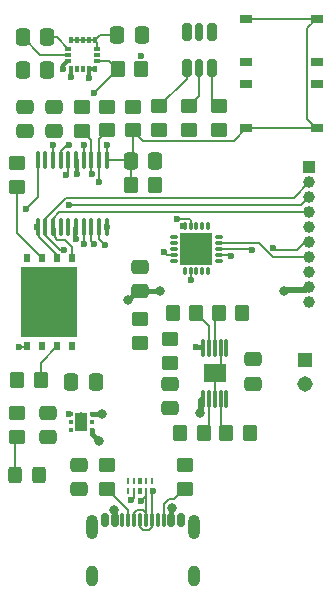
<source format=gbr>
%TF.GenerationSoftware,KiCad,Pcbnew,9.0.4*%
%TF.CreationDate,2025-09-15T16:29:57+02:00*%
%TF.ProjectId,stm32-mcu,73746d33-322d-46d6-9375-2e6b69636164,rev?*%
%TF.SameCoordinates,Original*%
%TF.FileFunction,Copper,L1,Top*%
%TF.FilePolarity,Positive*%
%FSLAX46Y46*%
G04 Gerber Fmt 4.6, Leading zero omitted, Abs format (unit mm)*
G04 Created by KiCad (PCBNEW 9.0.4) date 2025-09-15 16:29:57*
%MOMM*%
%LPD*%
G01*
G04 APERTURE LIST*
G04 Aperture macros list*
%AMRoundRect*
0 Rectangle with rounded corners*
0 $1 Rounding radius*
0 $2 $3 $4 $5 $6 $7 $8 $9 X,Y pos of 4 corners*
0 Add a 4 corners polygon primitive as box body*
4,1,4,$2,$3,$4,$5,$6,$7,$8,$9,$2,$3,0*
0 Add four circle primitives for the rounded corners*
1,1,$1+$1,$2,$3*
1,1,$1+$1,$4,$5*
1,1,$1+$1,$6,$7*
1,1,$1+$1,$8,$9*
0 Add four rect primitives between the rounded corners*
20,1,$1+$1,$2,$3,$4,$5,0*
20,1,$1+$1,$4,$5,$6,$7,0*
20,1,$1+$1,$6,$7,$8,$9,0*
20,1,$1+$1,$8,$9,$2,$3,0*%
G04 Aperture macros list end*
%TA.AperFunction,SMDPad,CuDef*%
%ADD10RoundRect,0.160000X-0.240000X0.565000X-0.240000X-0.565000X0.240000X-0.565000X0.240000X0.565000X0*%
%TD*%
%TA.AperFunction,SMDPad,CuDef*%
%ADD11RoundRect,0.120000X-0.180000X0.605000X-0.180000X-0.605000X0.180000X-0.605000X0.180000X0.605000X0*%
%TD*%
%TA.AperFunction,SMDPad,CuDef*%
%ADD12RoundRect,0.087500X0.087500X-0.187500X0.087500X0.187500X-0.087500X0.187500X-0.087500X-0.187500X0*%
%TD*%
%TA.AperFunction,SMDPad,CuDef*%
%ADD13RoundRect,0.087500X0.187500X-0.087500X0.187500X0.087500X-0.187500X0.087500X-0.187500X-0.087500X0*%
%TD*%
%TA.AperFunction,SMDPad,CuDef*%
%ADD14RoundRect,0.150000X-0.150000X-0.425000X0.150000X-0.425000X0.150000X0.425000X-0.150000X0.425000X0*%
%TD*%
%TA.AperFunction,SMDPad,CuDef*%
%ADD15RoundRect,0.075000X-0.075000X-0.500000X0.075000X-0.500000X0.075000X0.500000X-0.075000X0.500000X0*%
%TD*%
%TA.AperFunction,HeatsinkPad*%
%ADD16O,1.000000X2.100000*%
%TD*%
%TA.AperFunction,HeatsinkPad*%
%ADD17O,1.000000X1.800000*%
%TD*%
%TA.AperFunction,SMDPad,CuDef*%
%ADD18RoundRect,0.250000X-0.450000X0.350000X-0.450000X-0.350000X0.450000X-0.350000X0.450000X0.350000X0*%
%TD*%
%TA.AperFunction,SMDPad,CuDef*%
%ADD19RoundRect,0.250000X-0.475000X0.337500X-0.475000X-0.337500X0.475000X-0.337500X0.475000X0.337500X0*%
%TD*%
%TA.AperFunction,SMDPad,CuDef*%
%ADD20RoundRect,0.250000X-0.350000X-0.450000X0.350000X-0.450000X0.350000X0.450000X-0.350000X0.450000X0*%
%TD*%
%TA.AperFunction,SMDPad,CuDef*%
%ADD21RoundRect,0.250000X0.475000X-0.337500X0.475000X0.337500X-0.475000X0.337500X-0.475000X-0.337500X0*%
%TD*%
%TA.AperFunction,SMDPad,CuDef*%
%ADD22RoundRect,0.250000X0.450000X-0.350000X0.450000X0.350000X-0.450000X0.350000X-0.450000X-0.350000X0*%
%TD*%
%TA.AperFunction,SMDPad,CuDef*%
%ADD23RoundRect,0.250000X0.337500X0.475000X-0.337500X0.475000X-0.337500X-0.475000X0.337500X-0.475000X0*%
%TD*%
%TA.AperFunction,SMDPad,CuDef*%
%ADD24RoundRect,0.250000X0.325000X0.450000X-0.325000X0.450000X-0.325000X-0.450000X0.325000X-0.450000X0*%
%TD*%
%TA.AperFunction,SMDPad,CuDef*%
%ADD25RoundRect,0.250000X-0.337500X-0.475000X0.337500X-0.475000X0.337500X0.475000X-0.337500X0.475000X0*%
%TD*%
%TA.AperFunction,SMDPad,CuDef*%
%ADD26RoundRect,0.250000X0.350000X0.450000X-0.350000X0.450000X-0.350000X-0.450000X0.350000X-0.450000X0*%
%TD*%
%TA.AperFunction,ComponentPad*%
%ADD27R,1.000000X1.000000*%
%TD*%
%TA.AperFunction,ComponentPad*%
%ADD28C,1.000000*%
%TD*%
%TA.AperFunction,SMDPad,CuDef*%
%ADD29R,0.250000X0.500000*%
%TD*%
%TA.AperFunction,SMDPad,CuDef*%
%ADD30R,0.450000X0.500000*%
%TD*%
%TA.AperFunction,SMDPad,CuDef*%
%ADD31RoundRect,0.070200X-0.284800X-0.059800X0.284800X-0.059800X0.284800X0.059800X-0.284800X0.059800X0*%
%TD*%
%TA.AperFunction,SMDPad,CuDef*%
%ADD32RoundRect,0.070200X-0.059800X-0.284800X0.059800X-0.284800X0.059800X0.284800X-0.059800X0.284800X0*%
%TD*%
%TA.AperFunction,SMDPad,CuDef*%
%ADD33R,2.700000X2.700000*%
%TD*%
%TA.AperFunction,SMDPad,CuDef*%
%ADD34R,1.000000X0.700000*%
%TD*%
%TA.AperFunction,SMDPad,CuDef*%
%ADD35R,0.508000X0.660400*%
%TD*%
%TA.AperFunction,SMDPad,CuDef*%
%ADD36R,4.800600X5.994400*%
%TD*%
%TA.AperFunction,SMDPad,CuDef*%
%ADD37RoundRect,0.093750X-0.093750X-0.106250X0.093750X-0.106250X0.093750X0.106250X-0.093750X0.106250X0*%
%TD*%
%TA.AperFunction,HeatsinkPad*%
%ADD38C,0.500000*%
%TD*%
%TA.AperFunction,HeatsinkPad*%
%ADD39R,1.000000X1.600000*%
%TD*%
%TA.AperFunction,SMDPad,CuDef*%
%ADD40RoundRect,0.075000X0.075000X-0.650000X0.075000X0.650000X-0.075000X0.650000X-0.075000X-0.650000X0*%
%TD*%
%TA.AperFunction,HeatsinkPad*%
%ADD41C,0.600000*%
%TD*%
%TA.AperFunction,HeatsinkPad*%
%ADD42R,1.880000X1.570000*%
%TD*%
%TA.AperFunction,SMDPad,CuDef*%
%ADD43RoundRect,0.100000X-0.100000X0.637500X-0.100000X-0.637500X0.100000X-0.637500X0.100000X0.637500X0*%
%TD*%
%TA.AperFunction,ComponentPad*%
%ADD44R,1.308000X1.308000*%
%TD*%
%TA.AperFunction,ComponentPad*%
%ADD45C,1.308000*%
%TD*%
%TA.AperFunction,ViaPad*%
%ADD46C,0.600000*%
%TD*%
%TA.AperFunction,ViaPad*%
%ADD47C,0.800000*%
%TD*%
%TA.AperFunction,Conductor*%
%ADD48C,0.200000*%
%TD*%
%TA.AperFunction,Conductor*%
%ADD49C,0.300000*%
%TD*%
%TA.AperFunction,Conductor*%
%ADD50C,0.500000*%
%TD*%
%TA.AperFunction,Conductor*%
%ADD51C,0.400000*%
%TD*%
G04 APERTURE END LIST*
D10*
%TO.P,D2,1,BA*%
%TO.N,/RGB_B*%
X145805387Y-73754149D03*
D11*
%TO.P,D2,2,RA*%
%TO.N,/RGB_R*%
X144755387Y-73754149D03*
D10*
%TO.P,D2,3,GA*%
%TO.N,/RGB_G*%
X143705387Y-73754149D03*
%TO.P,D2,4,GK*%
%TO.N,Net-(D2-GK)*%
X143705387Y-76804149D03*
D11*
%TO.P,D2,5,RK*%
%TO.N,Net-(D2-RK)*%
X144755387Y-76804149D03*
D10*
%TO.P,D2,6,BK*%
%TO.N,Net-(D2-BK)*%
X145805387Y-76804149D03*
%TD*%
D12*
%TO.P,U4,1,VDDIO*%
%TO.N,/3v3*%
X133884752Y-76858842D03*
%TO.P,U4,2,SCL/SPC*%
%TO.N,/I2C_SCL*%
X134384752Y-76858842D03*
%TO.P,U4,3,SDA/SDI*%
%TO.N,/I2C_SDA*%
X134884752Y-76858842D03*
%TO.P,U4,4,SAO/SD0*%
%TO.N,/3v3*%
X135384752Y-76858842D03*
%TO.P,U4,5,~{CS}*%
X135884752Y-76858842D03*
D13*
%TO.P,U4,6,INT*%
%TO.N,/ACCEL_INT*%
X136109752Y-76133842D03*
%TO.P,U4,7,RESV*%
%TO.N,unconnected-(U4-RESV-Pad7)*%
X136109752Y-75633842D03*
%TO.P,U4,8,FSYNC*%
%TO.N,GND*%
X136109752Y-75133842D03*
D12*
%TO.P,U4,9,GND*%
X135884752Y-74408842D03*
%TO.P,U4,10,GND*%
X135384752Y-74408842D03*
%TO.P,U4,11,GND*%
X134884752Y-74408842D03*
%TO.P,U4,12,GND*%
X134384752Y-74408842D03*
%TO.P,U4,13,GND*%
X133884752Y-74408842D03*
D13*
%TO.P,U4,14,REGOUT*%
%TO.N,Net-(U4-REGOUT)*%
X133659752Y-75133842D03*
%TO.P,U4,15,GND*%
%TO.N,GND*%
X133659752Y-75633842D03*
%TO.P,U4,16,VDD*%
%TO.N,/3v3*%
X133659752Y-76133842D03*
%TD*%
D14*
%TO.P,J1,A1,GND*%
%TO.N,GND*%
X136775387Y-115029149D03*
%TO.P,J1,A4,VBUS*%
%TO.N,/5vUSB*%
X137575387Y-115029149D03*
D15*
%TO.P,J1,A5,CC1*%
%TO.N,Net-(J1-CC1)*%
X138725387Y-115029149D03*
%TO.P,J1,A6,D+*%
%TO.N,/USB_DP*%
X139725387Y-115029149D03*
%TO.P,J1,A7,D-*%
%TO.N,/USB_DM*%
X140225387Y-115029149D03*
%TO.P,J1,A8,SBU1*%
%TO.N,unconnected-(J1-SBU1-PadA8)*%
X141225387Y-115029149D03*
D14*
%TO.P,J1,A9,VBUS*%
%TO.N,/5vUSB*%
X142375387Y-115029149D03*
%TO.P,J1,A12,GND*%
%TO.N,GND*%
X143175387Y-115029149D03*
%TO.P,J1,B1,GND*%
X143175387Y-115029149D03*
%TO.P,J1,B4,VBUS*%
%TO.N,/5vUSB*%
X142375387Y-115029149D03*
D15*
%TO.P,J1,B5,CC2*%
%TO.N,Net-(J1-CC2)*%
X141725387Y-115029149D03*
%TO.P,J1,B6,D+*%
%TO.N,/USB_DP*%
X140725387Y-115029149D03*
%TO.P,J1,B7,D-*%
%TO.N,/USB_DM*%
X139225387Y-115029149D03*
%TO.P,J1,B8,SBU2*%
%TO.N,unconnected-(J1-SBU2-PadB8)*%
X138225387Y-115029149D03*
D14*
%TO.P,J1,B9,VBUS*%
%TO.N,/5vUSB*%
X137575387Y-115029149D03*
%TO.P,J1,B12,GND*%
%TO.N,GND*%
X136775387Y-115029149D03*
D16*
%TO.P,J1,S1,SHIELD*%
X135655387Y-115604149D03*
D17*
X135655387Y-119784149D03*
D16*
X144295387Y-115604149D03*
D17*
X144295387Y-119784149D03*
%TD*%
D18*
%TO.P,R18,1*%
%TO.N,Net-(D2-RK)*%
X143900387Y-80009149D03*
%TO.P,R18,2*%
%TO.N,GND*%
X143900387Y-82009149D03*
%TD*%
D19*
%TO.P,C14,1*%
%TO.N,/VBAT*%
X149310000Y-101430000D03*
%TO.P,C14,2*%
%TO.N,GND*%
X149310000Y-103505000D03*
%TD*%
D18*
%TO.P,R9,1*%
%TO.N,/3v3*%
X136966658Y-80055547D03*
%TO.P,R9,2*%
%TO.N,/I2C_SDA*%
X136966658Y-82055547D03*
%TD*%
D20*
%TO.P,R1,1*%
%TO.N,/BOOT*%
X139007222Y-86704963D03*
%TO.P,R1,2*%
%TO.N,GND*%
X141007222Y-86704963D03*
%TD*%
D21*
%TO.P,C3,1*%
%TO.N,/5vUSB*%
X134527221Y-112432500D03*
%TO.P,C3,2*%
%TO.N,GND*%
X134527221Y-110357500D03*
%TD*%
D22*
%TO.P,R14,1*%
%TO.N,/VBAT_SNS*%
X142240000Y-101720000D03*
%TO.P,R14,2*%
%TO.N,/VBAT*%
X142240000Y-99720000D03*
%TD*%
D23*
%TO.P,C7,1*%
%TO.N,/3v3*%
X131870358Y-76940286D03*
%TO.P,C7,2*%
%TO.N,GND*%
X129795358Y-76940286D03*
%TD*%
D24*
%TO.P,D1,1,K*%
%TO.N,GND*%
X131170832Y-111219149D03*
%TO.P,D1,2,A*%
%TO.N,Net-(D1-A)*%
X129120832Y-111219149D03*
%TD*%
D25*
%TO.P,C1,1*%
%TO.N,/BOOT*%
X138949242Y-84626249D03*
%TO.P,C1,2*%
%TO.N,GND*%
X141024242Y-84626249D03*
%TD*%
D26*
%TO.P,R13,1*%
%TO.N,/VBAT*%
X148405000Y-97545000D03*
%TO.P,R13,2*%
%TO.N,/nCHG*%
X146405000Y-97545000D03*
%TD*%
D27*
%TO.P,J2,1,Pin_1*%
%TO.N,/LITE_PWM*%
X154060387Y-85184149D03*
D28*
%TO.P,J2,2,Pin_2*%
%TO.N,/SPI1_MISO*%
X154060387Y-86454149D03*
%TO.P,J2,3,Pin_3*%
%TO.N,/SPI1_SCK*%
X154060387Y-87724149D03*
%TO.P,J2,4,Pin_4*%
%TO.N,/SPI1_MOSI*%
X154060387Y-88994149D03*
%TO.P,J2,5,Pin_5*%
%TO.N,/TFT_CS*%
X154060387Y-90264149D03*
%TO.P,J2,6,Pin_6*%
%TO.N,/CARD_CS*%
X154060387Y-91534149D03*
%TO.P,J2,7,Pin_7*%
%TO.N,/D{slash}C*%
X154060387Y-92804149D03*
%TO.P,J2,8,Pin_8*%
%TO.N,/BOOT*%
X154060387Y-94074149D03*
%TO.P,J2,9,Pin_9*%
%TO.N,/5vUSB*%
X154060387Y-95344149D03*
%TO.P,J2,10,Pin_10*%
%TO.N,GND*%
X154060387Y-96614149D03*
%TD*%
D29*
%TO.P,U5,1,I/O*%
%TO.N,unconnected-(U5-I{slash}O-Pad1)*%
X138735387Y-112560000D03*
%TO.P,U5,2,I/O*%
%TO.N,/5vUSB*%
X139235387Y-112560000D03*
D30*
%TO.P,U5,3,GND*%
%TO.N,GND*%
X139735387Y-112560000D03*
D29*
%TO.P,U5,4,I/O*%
%TO.N,/USB_DM*%
X140235387Y-112560000D03*
%TO.P,U5,5,I/O*%
%TO.N,/USB_DP*%
X140735387Y-112560000D03*
%TO.P,U5,6,NC*%
%TO.N,unconnected-(U5-NC-Pad6)*%
X140735387Y-111760000D03*
%TO.P,U5,7,NC*%
%TO.N,unconnected-(U5-NC-Pad7)*%
X140235387Y-111760000D03*
D30*
%TO.P,U5,8,GND*%
%TO.N,GND*%
X139735387Y-111760000D03*
D29*
%TO.P,U5,9,NC*%
%TO.N,unconnected-(U5-NC-Pad9)*%
X139235387Y-111760000D03*
%TO.P,U5,10,NC*%
%TO.N,unconnected-(U5-NC-Pad10)*%
X138735387Y-111760000D03*
%TD*%
D31*
%TO.P,U7,1,A2*%
%TO.N,GND*%
X142605000Y-91075000D03*
%TO.P,U7,2,A1*%
X142605000Y-91575000D03*
%TO.P,U7,3,A0*%
X142605000Y-92075000D03*
%TO.P,U7,4,~{RESET}*%
%TO.N,/BOOT*%
X142605000Y-92575000D03*
%TO.P,U7,5*%
%TO.N,N/C*%
X142605000Y-93075000D03*
D32*
%TO.P,U7,6*%
X143510000Y-93980000D03*
%TO.P,U7,7,INT*%
%TO.N,/IO_INT*%
X144010000Y-93980000D03*
%TO.P,U7,8*%
%TO.N,N/C*%
X144510000Y-93980000D03*
%TO.P,U7,9,GP0*%
%TO.N,/MTR_nSLEEP*%
X145010000Y-93980000D03*
%TO.P,U7,10,GP1*%
%TO.N,/MTR_IN1*%
X145510000Y-93980000D03*
D31*
%TO.P,U7,11,GP2*%
%TO.N,/MTR_IN2*%
X146415000Y-93075000D03*
%TO.P,U7,12,GP3*%
%TO.N,/TFT_CS*%
X146415000Y-92575000D03*
%TO.P,U7,13,GP4*%
%TO.N,/CARD_CS*%
X146415000Y-92075000D03*
%TO.P,U7,14,GP5*%
%TO.N,/D{slash}C*%
X146415000Y-91575000D03*
%TO.P,U7,15,GP6*%
%TO.N,unconnected-(U7-GP6-Pad15)*%
X146415000Y-91075000D03*
D32*
%TO.P,U7,16,GP7*%
%TO.N,unconnected-(U7-GP7-Pad16)*%
X145510000Y-90170000D03*
%TO.P,U7,17,VSS*%
%TO.N,GND*%
X145010000Y-90170000D03*
%TO.P,U7,18,VDD*%
%TO.N,/5vUSB*%
X144510000Y-90170000D03*
%TO.P,U7,19,SCL*%
%TO.N,/I2C_SCL*%
X144010000Y-90170000D03*
%TO.P,U7,20,SDA*%
%TO.N,/I2C_SDA*%
X143510000Y-90170000D03*
D33*
%TO.P,U7,21*%
%TO.N,N/C*%
X144510000Y-92075000D03*
%TD*%
D25*
%TO.P,C4,1*%
%TO.N,GND*%
X133905015Y-103388956D03*
%TO.P,C4,2*%
%TO.N,/5vUSB*%
X135980015Y-103388956D03*
%TD*%
D22*
%TO.P,R3,1*%
%TO.N,Net-(J1-CC2)*%
X143510000Y-112395000D03*
%TO.P,R3,2*%
%TO.N,GND*%
X143510000Y-110395000D03*
%TD*%
D34*
%TO.P,RESET1,1*%
%TO.N,GND*%
X148695387Y-78164012D03*
%TO.P,RESET1,2*%
X154695387Y-78164012D03*
%TO.P,RESET1,3*%
%TO.N,/BOOT*%
X148695387Y-81864012D03*
%TO.P,RESET1,4*%
X154695387Y-81864012D03*
%TD*%
D18*
%TO.P,R10,1*%
%TO.N,/3v3*%
X134811875Y-80096051D03*
%TO.P,R10,2*%
%TO.N,/I2C_SCL*%
X134811875Y-82096051D03*
%TD*%
D19*
%TO.P,C6,1*%
%TO.N,GND*%
X130016269Y-80042349D03*
%TO.P,C6,2*%
%TO.N,/3v3*%
X130016269Y-82117349D03*
%TD*%
%TO.P,C12,1*%
%TO.N,GND*%
X139700000Y-93577500D03*
%TO.P,C12,2*%
%TO.N,/5vUSB*%
X139700000Y-95652500D03*
%TD*%
D35*
%TO.P,U3,1,\u002ACE*%
%TO.N,/MEM_nCE*%
X130157273Y-100335249D03*
%TO.P,U3,2,SO*%
%TO.N,/SPI1_MISO*%
X131427273Y-100335249D03*
%TO.P,U3,3,\u002AWP*%
%TO.N,Net-(U3-\u002AWP)*%
X132697273Y-100335249D03*
%TO.P,U3,4,VSS*%
%TO.N,GND*%
X133967273Y-100335249D03*
%TO.P,U3,5,SI*%
%TO.N,/SPI1_MOSI*%
X133967273Y-92893049D03*
%TO.P,U3,6,SCK*%
%TO.N,/SPI1_SCK*%
X132697273Y-92893049D03*
%TO.P,U3,7,\u002AHOLD*%
%TO.N,Net-(U3-\u002AHOLD)*%
X131427273Y-92893049D03*
%TO.P,U3,8,VDD*%
%TO.N,/3v3*%
X130157273Y-92893049D03*
D36*
%TO.P,U3,9,EPAD*%
%TO.N,unconnected-(U3-EPAD-Pad9)*%
X132062273Y-96614149D03*
%TD*%
D26*
%TO.P,R6,1*%
%TO.N,/3v3*%
X139842308Y-76871223D03*
%TO.P,R6,2*%
%TO.N,/ACCEL_INT*%
X137842308Y-76871223D03*
%TD*%
D37*
%TO.P,U2,1,OUT*%
%TO.N,/3v3*%
X133870387Y-106076791D03*
%TO.P,U2,2,NC*%
%TO.N,unconnected-(U2-NC-Pad2)*%
X133870387Y-106726791D03*
%TO.P,U2,3,PG*%
%TO.N,unconnected-(U2-PG-Pad3)*%
X133870387Y-107376791D03*
%TO.P,U2,4,EN*%
%TO.N,/5vUSB*%
X135645387Y-107376791D03*
%TO.P,U2,5,GND*%
%TO.N,GND*%
X135645387Y-106726791D03*
%TO.P,U2,6,IN*%
%TO.N,/5vUSB*%
X135645387Y-106076791D03*
D38*
%TO.P,U2,7,EP*%
%TO.N,GND*%
X134757887Y-106176791D03*
D39*
X134757887Y-106726791D03*
D38*
X134757887Y-107276791D03*
%TD*%
D21*
%TO.P,C2,1*%
%TO.N,/3v3*%
X132454529Y-82113781D03*
%TO.P,C2,2*%
%TO.N,GND*%
X132454529Y-80038781D03*
%TD*%
D18*
%TO.P,R5,1*%
%TO.N,/3v3*%
X129295387Y-105990761D03*
%TO.P,R5,2*%
%TO.N,Net-(D1-A)*%
X129295387Y-107990761D03*
%TD*%
%TO.P,R2,1*%
%TO.N,/3v3*%
X139121439Y-80047446D03*
%TO.P,R2,2*%
%TO.N,/BOOT*%
X139121439Y-82047446D03*
%TD*%
D23*
%TO.P,C9,1*%
%TO.N,Net-(U4-REGOUT)*%
X131886559Y-74177952D03*
%TO.P,C9,2*%
%TO.N,GND*%
X129811559Y-74177952D03*
%TD*%
D21*
%TO.P,C13,1*%
%TO.N,/5vUSB*%
X142240000Y-105580000D03*
%TO.P,C13,2*%
%TO.N,GND*%
X142240000Y-103505000D03*
%TD*%
D22*
%TO.P,R4,1*%
%TO.N,Net-(J1-CC1)*%
X136939757Y-112395000D03*
%TO.P,R4,2*%
%TO.N,GND*%
X136939757Y-110395000D03*
%TD*%
D26*
%TO.P,R16,1*%
%TO.N,Net-(U8-TS)*%
X144510000Y-97545000D03*
%TO.P,R16,2*%
%TO.N,GND*%
X142510000Y-97545000D03*
%TD*%
D18*
%TO.P,R19,1*%
%TO.N,Net-(D2-BK)*%
X146440387Y-80009149D03*
%TO.P,R19,2*%
%TO.N,GND*%
X146440387Y-82009149D03*
%TD*%
D34*
%TO.P,BOOT1,1*%
%TO.N,/BOOT*%
X148705293Y-72590722D03*
%TO.P,BOOT1,2*%
X154705293Y-72590722D03*
%TO.P,BOOT1,3*%
%TO.N,/3v3*%
X148705293Y-76290722D03*
%TO.P,BOOT1,4*%
X154705293Y-76290722D03*
%TD*%
D18*
%TO.P,R17,1*%
%TO.N,Net-(D2-GK)*%
X141360387Y-80009149D03*
%TO.P,R17,2*%
%TO.N,GND*%
X141360387Y-82009149D03*
%TD*%
%TO.P,R8,1*%
%TO.N,/3v3*%
X129323661Y-84836976D03*
%TO.P,R8,2*%
%TO.N,Net-(U3-\u002AHOLD)*%
X129323661Y-86836976D03*
%TD*%
D20*
%TO.P,R12,1*%
%TO.N,Net-(U8-PRETERM)*%
X147040000Y-107705000D03*
%TO.P,R12,2*%
%TO.N,GND*%
X149040000Y-107705000D03*
%TD*%
D40*
%TO.P,U8,1,IN*%
%TO.N,/5vUSB*%
X145054812Y-104775000D03*
%TO.P,U8,2,ISET*%
%TO.N,Net-(U8-ISET)*%
X145554812Y-104775000D03*
%TO.P,U8,3,VSS*%
%TO.N,GND*%
X146054812Y-104775000D03*
%TO.P,U8,4,PRETERM*%
%TO.N,Net-(U8-PRETERM)*%
X146554812Y-104775000D03*
%TO.P,U8,5,~{PG}*%
%TO.N,unconnected-(U8-~{PG}-Pad5)*%
X147054812Y-104775000D03*
%TO.P,U8,6,NC*%
%TO.N,unconnected-(U8-NC-Pad6)*%
X147054812Y-100475000D03*
%TO.P,U8,7,ISET2*%
%TO.N,GND*%
X146554812Y-100475000D03*
%TO.P,U8,8,~{CHG}*%
%TO.N,/nCHG*%
X146054812Y-100475000D03*
%TO.P,U8,9,TS*%
%TO.N,Net-(U8-TS)*%
X145554812Y-100475000D03*
%TO.P,U8,10,OUT*%
%TO.N,/VBAT*%
X145054812Y-100475000D03*
D41*
%TO.P,U8,11,VSS*%
%TO.N,GND*%
X145414812Y-103110000D03*
X146694812Y-103110000D03*
D42*
X146054812Y-102625000D03*
D41*
X145414812Y-102140000D03*
X146694812Y-102140000D03*
%TD*%
D18*
%TO.P,R15,1*%
%TO.N,GND*%
X139700000Y-98060000D03*
%TO.P,R15,2*%
%TO.N,/VBAT_SNS*%
X139700000Y-100060000D03*
%TD*%
D20*
%TO.P,R7,1*%
%TO.N,/3v3*%
X129314782Y-103199641D03*
%TO.P,R7,2*%
%TO.N,Net-(U3-\u002AWP)*%
X131314782Y-103199641D03*
%TD*%
D23*
%TO.P,C8,1*%
%TO.N,/3v3*%
X139865733Y-73950812D03*
%TO.P,C8,2*%
%TO.N,GND*%
X137790733Y-73950812D03*
%TD*%
D21*
%TO.P,C5,1*%
%TO.N,GND*%
X131953363Y-108017085D03*
%TO.P,C5,2*%
%TO.N,/3v3*%
X131953363Y-105942085D03*
%TD*%
D26*
%TO.P,R11,1*%
%TO.N,Net-(U8-ISET)*%
X145145000Y-107705000D03*
%TO.P,R11,2*%
%TO.N,GND*%
X143145000Y-107705000D03*
%TD*%
D43*
%TO.P,U1,1,PB8*%
%TO.N,/BOOT*%
X136915387Y-84539149D03*
%TO.P,U1,2,PF0*%
%TO.N,/I2C_SDA*%
X136265387Y-84539149D03*
%TO.P,U1,3,PF1*%
%TO.N,/I2C_SCL*%
X135615387Y-84539149D03*
%TO.P,U1,4,NRST*%
%TO.N,/BOOT*%
X134965387Y-84539149D03*
%TO.P,U1,5,VDDA*%
%TO.N,/3v3*%
X134315387Y-84539149D03*
%TO.P,U1,6,PA0*%
%TO.N,/RGB_B*%
X133665387Y-84539149D03*
%TO.P,U1,7,PA1*%
%TO.N,/RGB_R*%
X133015387Y-84539149D03*
%TO.P,U1,8,PA2*%
%TO.N,/RGB_G*%
X132365387Y-84539149D03*
%TO.P,U1,9,PA3*%
%TO.N,unconnected-(U1-PA3-Pad9)*%
X131715387Y-84539149D03*
%TO.P,U1,10,PA4*%
%TO.N,/MEM_nCE*%
X131065387Y-84539149D03*
%TO.P,U1,11,PA5*%
%TO.N,/SPI1_SCK*%
X131065387Y-90264149D03*
%TO.P,U1,12,PA6*%
%TO.N,/SPI1_MISO*%
X131715387Y-90264149D03*
%TO.P,U1,13,PA7*%
%TO.N,/SPI1_MOSI*%
X132365387Y-90264149D03*
%TO.P,U1,14,PB1*%
%TO.N,/LITE_PWM*%
X133015387Y-90264149D03*
%TO.P,U1,15,VSSA*%
%TO.N,GND*%
X133665387Y-90264149D03*
%TO.P,U1,16,VDD*%
%TO.N,/3v3*%
X134315387Y-90264149D03*
%TO.P,U1,17,PA9/PA11*%
%TO.N,/USB_DM*%
X134965387Y-90264149D03*
%TO.P,U1,18,PA10/PA12*%
%TO.N,/USB_DP*%
X135615387Y-90264149D03*
%TO.P,U1,19,PA13*%
%TO.N,/ACCEL_INT*%
X136265387Y-90264149D03*
%TO.P,U1,20,PA14*%
%TO.N,/IO_INT*%
X136915387Y-90264149D03*
%TD*%
D44*
%TO.P,J3,1,1*%
%TO.N,/VBAT*%
X153670000Y-101505000D03*
D45*
%TO.P,J3,2,2*%
%TO.N,GND*%
X153670000Y-103505000D03*
%TD*%
D46*
%TO.N,GND*%
X139608465Y-93614335D03*
X146054812Y-102625000D03*
X137790733Y-73950812D03*
X129794000Y-74168000D03*
X129794000Y-76911200D03*
X132486400Y-80010000D03*
X129997200Y-80010000D03*
X141020800Y-86715600D03*
X141020800Y-84632800D03*
X141376400Y-81991200D03*
X154686000Y-78181200D03*
X148691600Y-78181200D03*
X146456400Y-81991200D03*
X143916400Y-81991200D03*
X136956800Y-110388400D03*
X134518400Y-110337600D03*
X131165600Y-111201200D03*
X131978400Y-108000800D03*
X133908800Y-103378000D03*
X133959600Y-100330000D03*
X139700000Y-98044000D03*
X142494000Y-97536000D03*
X149301200Y-103479600D03*
X149047200Y-107746800D03*
X143154400Y-107696000D03*
X143510000Y-110388400D03*
X143175387Y-115029149D03*
%TO.N,/5vUSB*%
X138988800Y-113385600D03*
%TO.N,/ACCEL_INT*%
X136771465Y-91726935D03*
X135839200Y-78892400D03*
%TO.N,/IO_INT*%
X136965387Y-90264149D03*
X144018000Y-94691200D03*
%TO.N,/SPI1_MISO*%
X133286197Y-92191600D03*
X131470400Y-100380800D03*
%TO.N,/RGB_B*%
X145805387Y-73754149D03*
X133506379Y-85810018D03*
%TO.N,/RGB_R*%
X133719140Y-83301649D03*
X144755387Y-73754149D03*
%TO.N,/RGB_G*%
X143705387Y-73754149D03*
X132384800Y-83312000D03*
%TO.N,/MEM_nCE*%
X129507273Y-100380800D03*
X130098800Y-88696800D03*
%TO.N,/BOOT*%
X141798212Y-92367596D03*
X136906000Y-83261200D03*
X135015387Y-83261200D03*
%TO.N,/I2C_SCL*%
X142830457Y-89594149D03*
X135636000Y-85750400D03*
%TO.N,/I2C_SDA*%
X143380000Y-90175528D03*
X136265387Y-86411600D03*
%TO.N,/TFT_CS*%
X147472400Y-92675000D03*
%TO.N,/CARD_CS*%
X149255588Y-92175000D03*
X151034365Y-91969035D03*
%TO.N,/BOOT*%
X139007222Y-86704963D03*
%TO.N,/USB_DM*%
X134987742Y-91690699D03*
X139801600Y-113436400D03*
%TO.N,/USB_DP*%
X140861387Y-112560000D03*
X135832341Y-91651411D03*
%TO.N,/SPI1_SCK*%
X131015387Y-90264149D03*
X133694999Y-88394149D03*
D47*
%TO.N,/5vUSB*%
X141450000Y-95645335D03*
X138716600Y-96436600D03*
D46*
%TO.N,/3v3*%
X136966658Y-80055547D03*
X135382000Y-77622400D03*
X129323661Y-84836976D03*
X130157273Y-92893049D03*
X154705293Y-76290722D03*
X131953363Y-105942085D03*
X129286000Y-103174800D03*
X129295387Y-105990761D03*
X130016269Y-82117349D03*
X131876800Y-76860400D03*
X148742400Y-76250800D03*
X133757885Y-106026843D03*
X133197600Y-76860400D03*
X134366000Y-85750400D03*
X132435600Y-82092800D03*
X133858000Y-77571600D03*
X139842308Y-76871223D03*
X134811875Y-80096051D03*
X139865733Y-73950812D03*
X134349165Y-91208802D03*
X139842308Y-75790000D03*
X139121439Y-80047446D03*
D47*
%TO.N,/5vUSB*%
X135980015Y-103388956D03*
X144830800Y-105968800D03*
X151953865Y-95645335D03*
X136499600Y-106070400D03*
X142443200Y-113995200D03*
X137558812Y-114202170D03*
X142207111Y-105587933D03*
X136296400Y-108356400D03*
X134527221Y-112432500D03*
D46*
%TO.N,/VBAT*%
X144475200Y-100431600D03*
X142240000Y-99720400D03*
D47*
X149310000Y-101430000D03*
X148405000Y-97545000D03*
D46*
%TO.N,/VBAT_SNS*%
X142240000Y-101701600D03*
X139700000Y-100060000D03*
%TD*%
D48*
%TO.N,GND*%
X139645300Y-93577500D02*
X139608465Y-93614335D01*
X139700000Y-93577500D02*
X139645300Y-93577500D01*
X146554812Y-102125000D02*
X146054812Y-102625000D01*
X146554812Y-100475000D02*
X146554812Y-102125000D01*
X146054812Y-104775000D02*
X146054812Y-102625000D01*
D49*
%TO.N,/3v3*%
X133633752Y-76159842D02*
X133659752Y-76159842D01*
X133248400Y-76545194D02*
X133633752Y-76159842D01*
X133197600Y-76860400D02*
X133248400Y-76809600D01*
X133248400Y-76809600D02*
X133248400Y-76545194D01*
X133858000Y-76859594D02*
X133858752Y-76858842D01*
X133858000Y-77571600D02*
X133858000Y-76859594D01*
X135410752Y-77593648D02*
X135382000Y-77622400D01*
X135410752Y-76858842D02*
X135410752Y-77593648D01*
X135884752Y-76858842D02*
X135410752Y-76858842D01*
D48*
%TO.N,GND*%
X131267449Y-75633842D02*
X129811559Y-74177952D01*
X133659752Y-75633842D02*
X131267449Y-75633842D01*
X136342782Y-73950812D02*
X135884752Y-74408842D01*
X137790733Y-73950812D02*
X136342782Y-73950812D01*
X133884752Y-74408842D02*
X134384752Y-74408842D01*
X134384752Y-74408842D02*
X134884752Y-74408842D01*
X134884752Y-74408842D02*
X135384752Y-74408842D01*
X135384752Y-74408842D02*
X135884752Y-74408842D01*
X136109752Y-74633842D02*
X135884752Y-74408842D01*
X136109752Y-75133842D02*
X136109752Y-74633842D01*
X129803952Y-74177952D02*
X129794000Y-74168000D01*
X129811559Y-74177952D02*
X129803952Y-74177952D01*
X129795358Y-76912558D02*
X129794000Y-76911200D01*
X129795358Y-76940286D02*
X129795358Y-76912558D01*
X132457619Y-80038781D02*
X132486400Y-80010000D01*
X132454529Y-80038781D02*
X132457619Y-80038781D01*
X130016269Y-80029069D02*
X129997200Y-80010000D01*
X130016269Y-80042349D02*
X130016269Y-80029069D01*
X141010163Y-86704963D02*
X141020800Y-86715600D01*
X141007222Y-86704963D02*
X141010163Y-86704963D01*
X141024242Y-84629358D02*
X141020800Y-84632800D01*
X141024242Y-84626249D02*
X141024242Y-84629358D01*
X141360387Y-82007213D02*
X141376400Y-81991200D01*
X141360387Y-82009149D02*
X141360387Y-82007213D01*
X154695387Y-78171813D02*
X154686000Y-78181200D01*
X154695387Y-78164012D02*
X154695387Y-78171813D01*
X148695387Y-78177413D02*
X148691600Y-78181200D01*
X148695387Y-78164012D02*
X148695387Y-78177413D01*
X146440387Y-82007213D02*
X146456400Y-81991200D01*
X146440387Y-82009149D02*
X146440387Y-82007213D01*
X143900387Y-82007213D02*
X143916400Y-81991200D01*
X143900387Y-82009149D02*
X143900387Y-82007213D01*
X136950200Y-110395000D02*
X136956800Y-110388400D01*
X136939757Y-110395000D02*
X136950200Y-110395000D01*
X134527221Y-110346421D02*
X134518400Y-110337600D01*
X134527221Y-110357500D02*
X134527221Y-110346421D01*
X131170832Y-111206432D02*
X131165600Y-111201200D01*
X131170832Y-111219149D02*
X131170832Y-111206432D01*
X131962115Y-108017085D02*
X131978400Y-108000800D01*
X131953363Y-108017085D02*
X131962115Y-108017085D01*
X133905015Y-103381785D02*
X133908800Y-103378000D01*
X133905015Y-103388956D02*
X133905015Y-103381785D01*
X133964849Y-100335249D02*
X133959600Y-100330000D01*
X133967273Y-100335249D02*
X133964849Y-100335249D01*
X139700000Y-98060000D02*
X139700000Y-98044000D01*
X142503000Y-97545000D02*
X142494000Y-97536000D01*
X142510000Y-97545000D02*
X142503000Y-97545000D01*
X149310000Y-103488400D02*
X149301200Y-103479600D01*
X149310000Y-103505000D02*
X149310000Y-103488400D01*
X149040000Y-107739600D02*
X149047200Y-107746800D01*
X149040000Y-107705000D02*
X149040000Y-107739600D01*
X143145400Y-107705000D02*
X143154400Y-107696000D01*
X143145000Y-107705000D02*
X143145400Y-107705000D01*
X143510000Y-110395000D02*
X143510000Y-110388400D01*
%TO.N,/5vUSB*%
X138988800Y-113385600D02*
X139209387Y-113165013D01*
X139209387Y-113165013D02*
X139209387Y-112560000D01*
%TO.N,Net-(J1-CC2)*%
X142152836Y-113294200D02*
X141725387Y-113721649D01*
X142610800Y-113294200D02*
X142152836Y-113294200D01*
X143510000Y-112395000D02*
X142610800Y-113294200D01*
X141725387Y-113721649D02*
X141725387Y-115029149D01*
%TO.N,/LITE_PWM*%
X133001851Y-90264149D02*
X132994400Y-90271600D01*
%TO.N,/ACCEL_INT*%
X136265387Y-91220857D02*
X136265387Y-90264149D01*
X136771465Y-91726935D02*
X136265387Y-91220857D01*
X135839200Y-78874331D02*
X135839200Y-78892400D01*
X137842308Y-76871223D02*
X135839200Y-78874331D01*
%TO.N,/USB_DP*%
X135615387Y-91001648D02*
X135615387Y-90264149D01*
X135585200Y-91389200D02*
X135585200Y-91031835D01*
X135585200Y-91031835D02*
X135615387Y-91001648D01*
X135832341Y-91636341D02*
X135585200Y-91389200D01*
X135832341Y-91651411D02*
X135832341Y-91636341D01*
%TO.N,/USB_DM*%
X134965387Y-91200177D02*
X134965387Y-90264149D01*
X134987742Y-91222532D02*
X134965387Y-91200177D01*
X134987742Y-91690699D02*
X134987742Y-91222532D01*
%TO.N,/IO_INT*%
X144010000Y-94683200D02*
X144018000Y-94691200D01*
X144010000Y-93980000D02*
X144010000Y-94683200D01*
%TO.N,/SPI1_MISO*%
X131715387Y-90921519D02*
X131715387Y-90264149D01*
X133286197Y-92191600D02*
X132985468Y-92191600D01*
X132985468Y-92191600D02*
X131715387Y-90921519D01*
%TO.N,/SPI1_MOSI*%
X133967273Y-91904873D02*
X133967273Y-92893049D01*
X132746517Y-91302649D02*
X133365049Y-91302649D01*
X132514387Y-91070519D02*
X132746517Y-91302649D01*
X132514387Y-90401187D02*
X132514387Y-91070519D01*
X133365049Y-91302649D02*
X133967273Y-91904873D01*
X132365387Y-90264149D02*
X132377349Y-90264149D01*
X132377349Y-90264149D02*
X132514387Y-90401187D01*
%TO.N,/SPI1_SCK*%
X131214387Y-90413149D02*
X131214387Y-91082387D01*
X131065387Y-90264149D02*
X131214387Y-90413149D01*
X131214387Y-91082387D02*
X132697273Y-92565273D01*
X132697273Y-92565273D02*
X132697273Y-92893049D01*
D49*
%TO.N,/3v3*%
X134264400Y-90315136D02*
X134315387Y-90264149D01*
X134264400Y-91124037D02*
X134264400Y-90315136D01*
X134349165Y-91208802D02*
X134264400Y-91124037D01*
D48*
%TO.N,/SPI1_MISO*%
X131427273Y-100337673D02*
X131470400Y-100380800D01*
X131427273Y-100335249D02*
X131427273Y-100337673D01*
%TO.N,/RGB_B*%
X133665387Y-85651010D02*
X133506379Y-85810018D01*
X133665387Y-84539149D02*
X133665387Y-85651010D01*
%TO.N,/RGB_R*%
X133015387Y-83801650D02*
X133515388Y-83301649D01*
X133515388Y-83301649D02*
X133719140Y-83301649D01*
X133015387Y-84539149D02*
X133015387Y-83801650D01*
%TO.N,/RGB_G*%
X132365387Y-83331413D02*
X132384800Y-83312000D01*
X132365387Y-84539149D02*
X132365387Y-83331413D01*
%TO.N,/CARD_CS*%
X153060400Y-92202000D02*
X153728251Y-91534149D01*
X151267330Y-92202000D02*
X153060400Y-92202000D01*
X151034365Y-91969035D02*
X151267330Y-92202000D01*
X153728251Y-91534149D02*
X154060387Y-91534149D01*
%TO.N,/ACCEL_INT*%
X137104927Y-76133842D02*
X137842308Y-76871223D01*
X136109752Y-76133842D02*
X137104927Y-76133842D01*
%TO.N,Net-(U4-REGOUT)*%
X132703862Y-74177952D02*
X133659752Y-75133842D01*
X131886559Y-74177952D02*
X132703862Y-74177952D01*
%TO.N,/MEM_nCE*%
X130111722Y-100380800D02*
X130157273Y-100335249D01*
X129507273Y-100380800D02*
X130111722Y-100380800D01*
X131065387Y-84539149D02*
X131065387Y-87730213D01*
X131065387Y-87730213D02*
X130098800Y-88696800D01*
%TO.N,/BOOT*%
X142005616Y-92575000D02*
X141798212Y-92367596D01*
X142605000Y-92575000D02*
X142005616Y-92575000D01*
%TO.N,/I2C_SDA*%
X143504472Y-90175528D02*
X143510000Y-90170000D01*
X143380000Y-90175528D02*
X143504472Y-90175528D01*
%TO.N,/BOOT*%
X134965387Y-83311200D02*
X134965387Y-84539149D01*
X135015387Y-83261200D02*
X134965387Y-83311200D01*
X136906000Y-84529762D02*
X136915387Y-84539149D01*
X136906000Y-83261200D02*
X136906000Y-84529762D01*
%TO.N,/I2C_SDA*%
X136265387Y-86411600D02*
X136265387Y-84539149D01*
%TO.N,/I2C_SCL*%
X135615387Y-85729787D02*
X135615387Y-84539149D01*
X135636000Y-85750400D02*
X135615387Y-85729787D01*
%TO.N,/TFT_CS*%
X147372400Y-92575000D02*
X146415000Y-92575000D01*
X147472400Y-92675000D02*
X147372400Y-92575000D01*
%TO.N,/CARD_CS*%
X149155588Y-92075000D02*
X146415000Y-92075000D01*
X149255588Y-92175000D02*
X149155588Y-92075000D01*
%TO.N,/D{slash}C*%
X151020949Y-92804149D02*
X149791800Y-91575000D01*
X149791800Y-91575000D02*
X146415000Y-91575000D01*
X154060387Y-92804149D02*
X151020949Y-92804149D01*
%TO.N,/BOOT*%
X147649250Y-82910149D02*
X148695387Y-81864012D01*
X139984142Y-82910149D02*
X147649250Y-82910149D01*
X139121439Y-82047446D02*
X139984142Y-82910149D01*
X153894387Y-81063012D02*
X154695387Y-81864012D01*
X153894387Y-73401628D02*
X153894387Y-81063012D01*
X154705293Y-72590722D02*
X153894387Y-73401628D01*
%TO.N,/I2C_SDA*%
X136265387Y-82756818D02*
X136265387Y-84539149D01*
X136966658Y-82055547D02*
X136265387Y-82756818D01*
%TO.N,/I2C_SCL*%
X135615387Y-82899563D02*
X135615387Y-84539149D01*
X134811875Y-82096051D02*
X135615387Y-82899563D01*
%TO.N,Net-(U8-TS)*%
X145554812Y-98589812D02*
X145554812Y-100475000D01*
X144510000Y-97545000D02*
X145554812Y-98589812D01*
%TO.N,/BOOT*%
X138862142Y-84539149D02*
X138949242Y-84626249D01*
X136915387Y-84539149D02*
X138862142Y-84539149D01*
X139121439Y-84454052D02*
X138949242Y-84626249D01*
X139121439Y-82047446D02*
X139121439Y-84454052D01*
X138949242Y-86646983D02*
X139007222Y-86704963D01*
X138949242Y-84626249D02*
X138949242Y-86646983D01*
X148695387Y-81864012D02*
X154695387Y-81864012D01*
X148705293Y-72590722D02*
X154705293Y-72590722D01*
%TO.N,/USB_DM*%
X140261387Y-112976613D02*
X140261387Y-112900000D01*
X139801600Y-113436400D02*
X140261387Y-112976613D01*
X140261387Y-113480000D02*
X140261387Y-112560000D01*
X140261387Y-114993149D02*
X140261387Y-113480000D01*
D50*
%TO.N,/5vUSB*%
X153798936Y-95605600D02*
X154060387Y-95344149D01*
X151993600Y-95605600D02*
X153798936Y-95605600D01*
X151953865Y-95645335D02*
X151993600Y-95605600D01*
D48*
%TO.N,/SPI1_SCK*%
X153390387Y-88394149D02*
X154060387Y-87724149D01*
X133694999Y-88394149D02*
X153390387Y-88394149D01*
%TO.N,/SPI1_MISO*%
X140489663Y-87773564D02*
X140498499Y-87782400D01*
X133115000Y-88127037D02*
X133115000Y-88125621D01*
X133115000Y-88125621D02*
X133467057Y-87773564D01*
X152732136Y-87782400D02*
X154060387Y-86454149D01*
X131715387Y-89526650D02*
X133115000Y-88127037D01*
X133467057Y-87773564D02*
X140489663Y-87773564D01*
X140498499Y-87782400D02*
X152732136Y-87782400D01*
X131715387Y-90264149D02*
X131715387Y-89526650D01*
%TO.N,/SPI1_MOSI*%
X132897888Y-88994149D02*
X154060387Y-88994149D01*
X132365387Y-89526650D02*
X132897888Y-88994149D01*
X132365387Y-90264149D02*
X132365387Y-89526650D01*
D51*
%TO.N,/5vUSB*%
X139500701Y-95652500D02*
X139700000Y-95652500D01*
X138716600Y-96436600D02*
X139500701Y-95652500D01*
X141450000Y-95645335D02*
X140577166Y-95645335D01*
X140577166Y-95645335D02*
X140570001Y-95652500D01*
X140570001Y-95652500D02*
X139700000Y-95652500D01*
D48*
%TO.N,Net-(U3-\u002AHOLD)*%
X131427273Y-92870073D02*
X131427273Y-92893049D01*
X129323661Y-90766461D02*
X131427273Y-92870073D01*
X129323661Y-86836976D02*
X129323661Y-90766461D01*
%TO.N,/SPI1_MOSI*%
X153712238Y-88646000D02*
X154060387Y-88994149D01*
X153951336Y-89103200D02*
X154060387Y-88994149D01*
D49*
%TO.N,/3v3*%
X134366000Y-84589762D02*
X134315387Y-84539149D01*
X131870358Y-76940286D02*
X131870358Y-76866842D01*
X133807833Y-106076791D02*
X133757885Y-106026843D01*
X134366000Y-85750400D02*
X134366000Y-84589762D01*
X129314782Y-103199641D02*
X129310841Y-103199641D01*
X148705293Y-76290722D02*
X148705293Y-76287907D01*
X129310841Y-103199641D02*
X129286000Y-103174800D01*
X132454529Y-82111729D02*
X132435600Y-82092800D01*
X135884752Y-76905952D02*
X135890000Y-76911200D01*
X148705293Y-76287907D02*
X148742400Y-76250800D01*
X131870358Y-76866842D02*
X131876800Y-76860400D01*
X132454529Y-82113781D02*
X132454529Y-82111729D01*
X133870387Y-106076791D02*
X133807833Y-106076791D01*
D51*
%TO.N,/5vUSB*%
X137575387Y-114218745D02*
X137558812Y-114202170D01*
D50*
X144953812Y-104876000D02*
X144953812Y-104775000D01*
D51*
X136296400Y-108356400D02*
X135658887Y-107718887D01*
X135904058Y-106070400D02*
X135897667Y-106076791D01*
D50*
X142215044Y-105580000D02*
X142207111Y-105587933D01*
D51*
X142375387Y-115029149D02*
X142375387Y-114063013D01*
X142375387Y-114063013D02*
X142443200Y-113995200D01*
D50*
X142240000Y-105580000D02*
X142215044Y-105580000D01*
X144927812Y-105871788D02*
X144927812Y-104902000D01*
X144927812Y-104902000D02*
X144953812Y-104876000D01*
X144830800Y-105968800D02*
X144927812Y-105871788D01*
D51*
X137575387Y-115029149D02*
X137575387Y-114218745D01*
X136499600Y-106070400D02*
X135904058Y-106070400D01*
X135658887Y-107718887D02*
X135658887Y-107376791D01*
X135897667Y-106076791D02*
X135658887Y-106076791D01*
%TO.N,/VBAT*%
X145003812Y-100431600D02*
X145003812Y-100475000D01*
X142240000Y-99720000D02*
X142240000Y-99720400D01*
X144475200Y-100431600D02*
X145003812Y-100431600D01*
D48*
%TO.N,Net-(D1-A)*%
X129120832Y-108165316D02*
X129295387Y-107990761D01*
X129120832Y-111219149D02*
X129120832Y-108165316D01*
%TO.N,Net-(D2-RK)*%
X144755387Y-79154149D02*
X143900387Y-80009149D01*
X144755387Y-76804149D02*
X144755387Y-79154149D01*
%TO.N,Net-(D2-BK)*%
X145805387Y-76804149D02*
X145805387Y-79374149D01*
X145805387Y-79374149D02*
X146440387Y-80009149D01*
%TO.N,Net-(D2-GK)*%
X143705387Y-76804149D02*
X143705387Y-77664149D01*
X143705387Y-77664149D02*
X141360387Y-80009149D01*
%TO.N,Net-(J1-CC1)*%
X138725387Y-114180630D02*
X138725387Y-115029149D01*
X136939757Y-112395000D02*
X138725387Y-114180630D01*
%TO.N,/USB_DM*%
X139492563Y-114153149D02*
X139958211Y-114153149D01*
X139225387Y-114420325D02*
X139492563Y-114153149D01*
X140225387Y-115029149D02*
X140261387Y-114993149D01*
X139958211Y-114153149D02*
X140225387Y-114420325D01*
X140225387Y-114420325D02*
X140225387Y-115029149D01*
X139225387Y-115029149D02*
X139225387Y-114420325D01*
%TO.N,/USB_DP*%
X140725387Y-115637973D02*
X140725387Y-115029149D01*
X140725387Y-115029149D02*
X140725387Y-112570000D01*
X139992563Y-115905149D02*
X140458211Y-115905149D01*
X140458211Y-115905149D02*
X140725387Y-115637973D01*
X139725387Y-115637973D02*
X139992563Y-115905149D01*
X140725387Y-112570000D02*
X140735387Y-112560000D01*
X139725387Y-115029149D02*
X139725387Y-115637973D01*
%TO.N,Net-(U3-\u002AWP)*%
X131314782Y-101717740D02*
X132697273Y-100335249D01*
X131314782Y-103199641D02*
X131314782Y-101717740D01*
%TO.N,/I2C_SCL*%
X135636000Y-84518536D02*
X135615387Y-84539149D01*
%TO.N,Net-(U8-ISET)*%
X145554812Y-104775000D02*
X145554812Y-107295188D01*
X145554812Y-107295188D02*
X145145000Y-107705000D01*
%TO.N,Net-(U8-PRETERM)*%
X147040000Y-107705000D02*
X146554812Y-107219812D01*
X146554812Y-107219812D02*
X146554812Y-104775000D01*
%TO.N,/nCHG*%
X146054812Y-97895188D02*
X146054812Y-100475000D01*
X146405000Y-97545000D02*
X146054812Y-97895188D01*
D51*
%TO.N,/VBAT_SNS*%
X142240000Y-101720000D02*
X142240000Y-101701600D01*
D48*
%TO.N,/I2C_SCL*%
X143863500Y-89514000D02*
X144010000Y-89660500D01*
X142910606Y-89514000D02*
X143863500Y-89514000D01*
X142830457Y-89594149D02*
X142910606Y-89514000D01*
X144010000Y-89660500D02*
X144010000Y-90170000D01*
%TD*%
M02*

</source>
